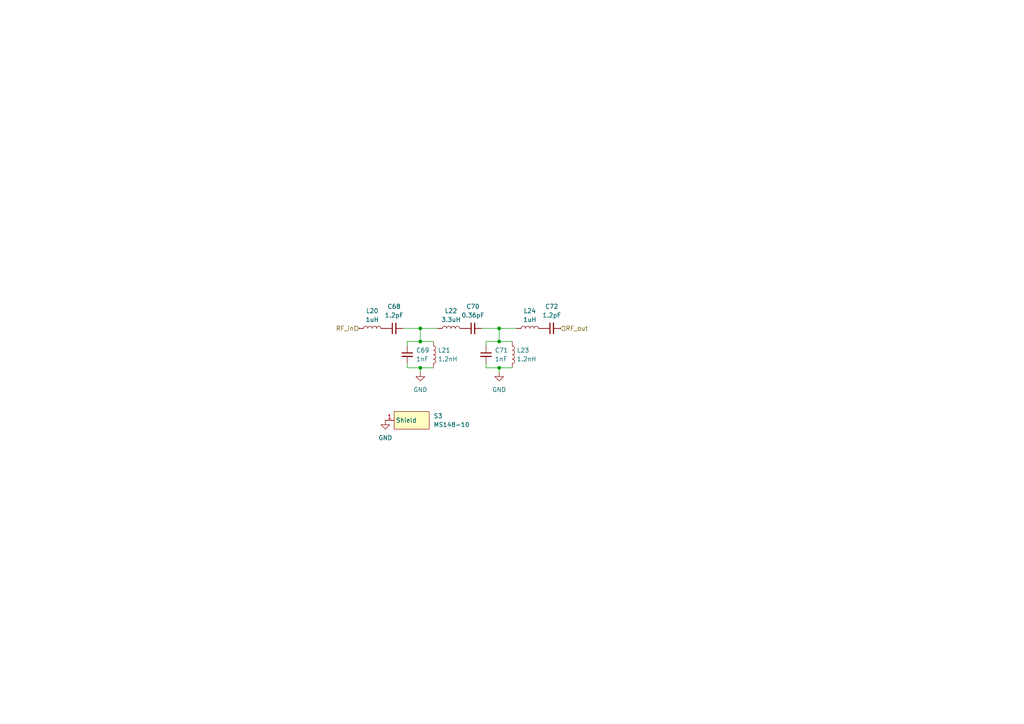
<source format=kicad_sch>
(kicad_sch (version 20231120) (generator "eeschema") (generator_version "8.0")
  (paper "A4")
  (lib_symbols
    (symbol "Device:C_Small" (pin_numbers hide) (pin_names (offset 0.254) hide)
      (property "Reference" "C" (at 0.254 1.778 0))
      (property "Value" "C_Small" (at 0.254 -2.032 0))
      (symbol "C_Small_0_1"
        (polyline (pts (xy -1.524 -0.508) (xy 1.524 -0.508)) (stroke (width 0.3302)))
        (polyline (pts (xy -1.524 0.508) (xy 1.524 0.508)) (stroke (width 0.3048)))
      )
      (symbol "C_Small_1_1"
        (pin passive line (at 0 2.54 270) (length 2.032) (name "~") (number "1"))
        (pin passive line (at 0 -2.54 90) (length 2.032) (name "~") (number "2"))
      )
    )
    (symbol "Device:L" (pin_numbers hide) (pin_names (offset 1.016) hide)
      (property "Reference" "L" (at -1.27 0 90))
      (property "Value" "L" (at 1.905 0 90))
      (symbol "L_0_1"
        (arc (start 0 -2.54) (mid 0.6323 -1.905) (end 0 -1.27))
        (arc (start 0 -1.27) (mid 0.6323 -0.635) (end 0 0))
        (arc (start 0 0) (mid 0.6323 0.635) (end 0 1.27))
        (arc (start 0 1.27) (mid 0.6323 1.905) (end 0 2.54))
      )
      (symbol "L_1_1"
        (pin passive line (at 0 3.81 270) (length 1.27) (name "1") (number "1"))
        (pin passive line (at 0 -3.81 90) (length 1.27) (name "2") (number "2"))
      )
    )
    (symbol "phase-detector:MS148-10"
      (property "Reference" "S" (at -4.318 5.334 0))
      (property "Value" "MS148-10" (at 0 3.556 0))
      (symbol "MS148-10_1_1"
        (rectangle (start -5.08 2.54) (end 5.08 -2.54) (fill (type background)))
        (pin input line (at -7.62 0 0) (length 2.54) (name "Shield") (number "1"))
      )
    )
    (symbol "power:GND" (power) (pin_numbers hide) (pin_names (offset 0) hide)
      (property "Value" "GND" (at 0 -3.81 0))
      (symbol "GND_0_1"
        (polyline (pts (xy 0 0) (xy 0 -1.27) (xy 1.27 -1.27) (xy 0 -2.54) (xy -1.27 -1.27) (xy 0 -1.27)))
      )
      (symbol "GND_1_1"
        (pin power_in line (at 0 0 270) (length 0) (name "~") (number "1"))
      )
    )
  )
  (junction (at 121.92 106.68))
  (junction (at 144.78 106.68))
  (junction (at 144.78 95.25))
  (junction (at 144.78 99.06))
  (junction (at 121.92 99.06))
  (junction (at 121.92 95.25))
  (wire (pts (xy 118.11 100.33) (xy 118.11 99.06)))
  (wire (pts (xy 144.78 99.06) (xy 148.59 99.06)))
  (wire (pts (xy 125.73 106.68) (xy 121.92 106.68)))
  (wire (pts (xy 121.92 95.25) (xy 121.92 99.06)))
  (wire (pts (xy 121.92 106.68) (xy 118.11 106.68)))
  (wire (pts (xy 139.7 95.25) (xy 144.78 95.25)))
  (wire (pts (xy 140.97 99.06) (xy 144.78 99.06)))
  (wire (pts (xy 140.97 106.68) (xy 140.97 105.41)))
  (wire (pts (xy 140.97 100.33) (xy 140.97 99.06)))
  (wire (pts (xy 144.78 106.68) (xy 144.78 107.95)))
  (wire (pts (xy 127 95.25) (xy 121.92 95.25)))
  (wire (pts (xy 144.78 95.25) (xy 144.78 99.06)))
  (wire (pts (xy 118.11 99.06) (xy 121.92 99.06)))
  (wire (pts (xy 118.11 106.68) (xy 118.11 105.41)))
  (wire (pts (xy 144.78 106.68) (xy 140.97 106.68)))
  (wire (pts (xy 149.86 95.25) (xy 144.78 95.25)))
  (wire (pts (xy 148.59 106.68) (xy 144.78 106.68)))
  (wire (pts (xy 121.92 106.68) (xy 121.92 107.95)))
  (wire (pts (xy 121.92 99.06) (xy 125.73 99.06)))
  (wire (pts (xy 116.84 95.25) (xy 121.92 95.25)))
  (hierarchical_label "RF_in" (shape input) (at 104.14 95.25 180))
  (hierarchical_label "RF_out" (shape input) (at 162.56 95.25 0))
  (symbol (lib_id "power:GND") (at 121.92 107.95 0) (unit 1)
    (property "Reference" "#PWR093" (effects (hide yes)))
    (property "Value" "GND" (at 121.92 113.03 0))
    (property "Description" "Power symbol creates a global label with name \"GND\" , ground" (effects (hide yes)))
    (instances (project "phase-detector" (path "" (reference "#PWR093") (unit 1)) (path "" (reference "#PWR0140") (unit 1)) (path "" (reference "#PWR073") (unit 1)) (path "" (reference "#PWR0128") (unit 1)) (path "" (reference "#PWR0126") (unit 1)) (path "" (reference "#PWR045") (unit 1))))
  )
  (symbol (lib_id "Device:L") (at 130.81 95.25 90) (unit 1)
    (property "Reference" "L22" (at 130.81 90.17 90))
    (property "Value" "3.3uH" (at 130.81 92.71 90))
    (property "Footprint" "Inductor_SMD:L_0402_1005Metric" (effects (hide yes)))
    (property "Description" "Inductor" (effects (hide yes)))
    (instances (project "phase-detector" (path "" (reference "L22") (unit 1)) (path "" (reference "L48") (unit 1)) (path "" (reference "L13") (unit 1)) (path "" (reference "L37") (unit 1)) (path "" (reference "L32") (unit 1)) (path "" (reference "L6") (unit 1))))
  )
  (symbol (lib_id "power:GND") (at 111.76 121.92 0) (unit 1)
    (property "Reference" "#PWR095" (effects (hide yes)))
    (property "Value" "GND" (at 111.76 127 0))
    (property "Description" "Power symbol creates a global label with name \"GND\" , ground" (effects (hide yes)))
    (instances (project "phase-detector" (path "" (reference "#PWR095") (unit 1)) (path "" (reference "#PWR0142") (unit 1)) (path "" (reference "#PWR075") (unit 1)) (path "" (reference "#PWR0135") (unit 1)) (path "" (reference "#PWR0130") (unit 1)) (path "" (reference "#PWR040") (unit 1))))
  )
  (symbol (lib_id "Device:C_Small") (at 137.16 95.25 90) (unit 1)
    (property "Reference" "C70" (at 137.1663 88.9 90))
    (property "Value" "0.36pF" (at 137.1663 91.44 90))
    (property "Footprint" "Capacitor_SMD:C_0402_1005Metric" (effects (hide yes)))
    (property "Description" "Unpolarized capacitor, small symbol" (effects (hide yes)))
    (instances (project "phase-detector" (path "" (reference "C70") (unit 1)) (path "" (reference "C125") (unit 1)) (path "" (reference "C47") (unit 1)) (path "" (reference "C112") (unit 1)) (path "" (reference "C107") (unit 1)) (path "" (reference "C14") (unit 1))))
  )
  (symbol (lib_id "Device:C_Small") (at 160.02 95.25 90) (unit 1)
    (property "Reference" "C72" (at 160.0263 88.9 90))
    (property "Value" "1.2pF" (at 160.0263 91.44 90))
    (property "Footprint" "Capacitor_SMD:C_0402_1005Metric" (effects (hide yes)))
    (property "Description" "Unpolarized capacitor, small symbol" (effects (hide yes)))
    (instances (project "phase-detector" (path "" (reference "C72") (unit 1)) (path "" (reference "C127") (unit 1)) (path "" (reference "C49") (unit 1)) (path "" (reference "C114") (unit 1)) (path "" (reference "C109") (unit 1)) (path "" (reference "C16") (unit 1))))
  )
  (symbol (lib_id "Device:C_Small") (at 118.11 102.87 0) (unit 1)
    (property "Reference" "C69" (at 120.65 101.6062 0) (effects (justify left)))
    (property "Value" "1nF" (at 120.65 104.1462 0) (effects (justify left)))
    (property "Footprint" "Capacitor_SMD:C_0402_1005Metric" (effects (hide yes)))
    (property "Description" "Unpolarized capacitor, small symbol" (effects (hide yes)))
    (instances (project "phase-detector" (path "" (reference "C69") (unit 1)) (path "" (reference "C124") (unit 1)) (path "" (reference "C46") (unit 1)) (path "" (reference "C111") (unit 1)) (path "" (reference "C106") (unit 1)) (path "" (reference "C13") (unit 1))))
  )
  (symbol (lib_id "Device:L") (at 148.59 102.87 0) (unit 1)
    (property "Reference" "L23" (at 149.86 101.5999 0) (effects (justify left)))
    (property "Value" "1.2nH" (at 149.86 104.1399 0) (effects (justify left)))
    (property "Footprint" "Inductor_SMD:L_0402_1005Metric" (effects (hide yes)))
    (property "Description" "Inductor" (effects (hide yes)))
    (instances (project "phase-detector" (path "" (reference "L23") (unit 1)) (path "" (reference "L49") (unit 1)) (path "" (reference "L14") (unit 1)) (path "" (reference "L38") (unit 1)) (path "" (reference "L33") (unit 1)) (path "" (reference "L7") (unit 1))))
  )
  (symbol (lib_id "phase-detector:MS148-10") (at 119.38 121.92 0) (unit 1)
    (property "Reference" "S3" (at 125.73 120.6499 0) (effects (justify left)))
    (property "Value" "MS148-10" (at 125.73 123.1899 0) (effects (justify left)))
    (property "Footprint" "phase-detector:MS148-10F" (effects (hide yes)))
    (instances (project "phase-detector" (path "" (reference "S3") (unit 1)) (path "" (reference "S6") (unit 1)) (path "" (reference "S2") (unit 1)) (path "" (reference "S5") (unit 1)) (path "" (reference "S4") (unit 1)) (path "" (reference "S1") (unit 1))))
  )
  (symbol (lib_id "Device:L") (at 125.73 102.87 0) (unit 1)
    (property "Reference" "L21" (at 127 101.5999 0) (effects (justify left)))
    (property "Value" "1.2nH" (at 127 104.1399 0) (effects (justify left)))
    (property "Footprint" "Inductor_SMD:L_0402_1005Metric" (effects (hide yes)))
    (property "Description" "Inductor" (effects (hide yes)))
    (instances (project "phase-detector" (path "" (reference "L21") (unit 1)) (path "" (reference "L47") (unit 1)) (path "" (reference "L12") (unit 1)) (path "" (reference "L36") (unit 1)) (path "" (reference "L31") (unit 1)) (path "" (reference "L5") (unit 1))))
  )
  (symbol (lib_id "Device:L") (at 153.67 95.25 90) (unit 1)
    (property "Reference" "L24" (at 153.67 90.17 90))
    (property "Value" "1uH" (at 153.67 92.71 90))
    (property "Footprint" "Inductor_SMD:L_0402_1005Metric" (effects (hide yes)))
    (property "Description" "Inductor" (effects (hide yes)))
    (instances (project "phase-detector" (path "" (reference "L24") (unit 1)) (path "" (reference "L50") (unit 1)) (path "" (reference "L15") (unit 1)) (path "" (reference "L39") (unit 1)) (path "" (reference "L34") (unit 1)) (path "" (reference "L8") (unit 1))))
  )
  (symbol (lib_id "Device:L") (at 107.95 95.25 90) (unit 1)
    (property "Reference" "L20" (at 107.95 90.17 90))
    (property "Value" "1uH" (at 107.95 92.71 90))
    (property "Footprint" "Inductor_SMD:L_0402_1005Metric" (effects (hide yes)))
    (property "Description" "Inductor" (effects (hide yes)))
    (instances (project "phase-detector" (path "" (reference "L20") (unit 1)) (path "" (reference "L46") (unit 1)) (path "" (reference "L11") (unit 1)) (path "" (reference "L35") (unit 1)) (path "" (reference "L30") (unit 1)) (path "" (reference "L4") (unit 1))))
  )
  (symbol (lib_id "Device:C_Small") (at 140.97 102.87 0) (unit 1)
    (property "Reference" "C71" (at 143.51 101.6062 0) (effects (justify left)))
    (property "Value" "1nF" (at 143.51 104.1462 0) (effects (justify left)))
    (property "Footprint" "Capacitor_SMD:C_0402_1005Metric" (effects (hide yes)))
    (property "Description" "Unpolarized capacitor, small symbol" (effects (hide yes)))
    (instances (project "phase-detector" (path "" (reference "C71") (unit 1)) (path "" (reference "C126") (unit 1)) (path "" (reference "C48") (unit 1)) (path "" (reference "C113") (unit 1)) (path "" (reference "C108") (unit 1)) (path "" (reference "C15") (unit 1))))
  )
  (symbol (lib_id "Device:C_Small") (at 114.3 95.25 90) (unit 1)
    (property "Reference" "C68" (at 114.3063 88.9 90))
    (property "Value" "1.2pF" (at 114.3063 91.44 90))
    (property "Footprint" "Capacitor_SMD:C_0402_1005Metric" (effects (hide yes)))
    (property "Description" "Unpolarized capacitor, small symbol" (effects (hide yes)))
    (instances (project "phase-detector" (path "" (reference "C68") (unit 1)) (path "" (reference "C123") (unit 1)) (path "" (reference "C45") (unit 1)) (path "" (reference "C110") (unit 1)) (path "" (reference "C105") (unit 1)) (path "" (reference "C12") (unit 1))))
  )
  (symbol (lib_id "power:GND") (at 144.78 107.95 0) (unit 1)
    (property "Reference" "#PWR094" (effects (hide yes)))
    (property "Value" "GND" (at 144.78 113.03 0))
    (property "Description" "Power symbol creates a global label with name \"GND\" , ground" (effects (hide yes)))
    (instances (project "phase-detector" (path "" (reference "#PWR094") (unit 1)) (path "" (reference "#PWR0141") (unit 1)) (path "" (reference "#PWR074") (unit 1)) (path "" (reference "#PWR0129") (unit 1)) (path "" (reference "#PWR0127") (unit 1)) (path "" (reference "#PWR046") (unit 1))))
  )
)
</source>
